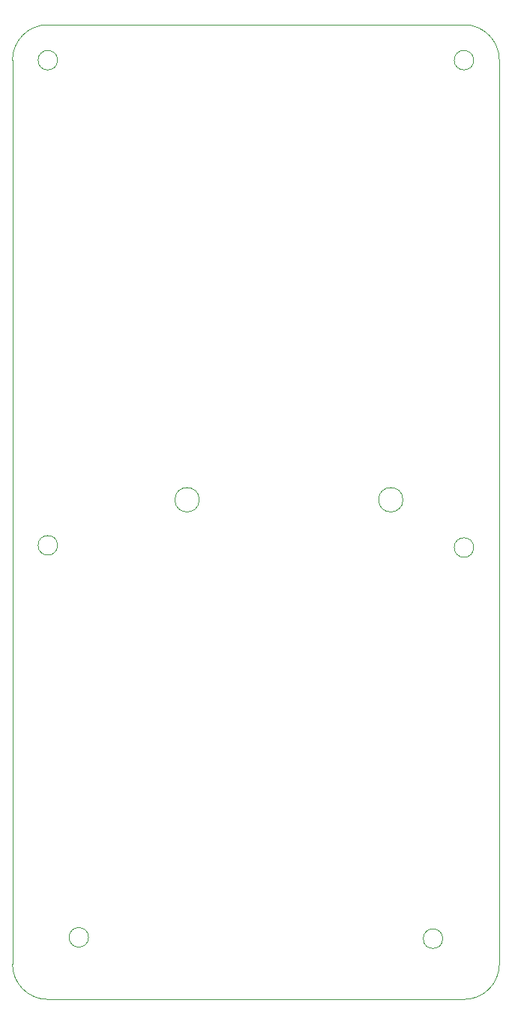
<source format=gbr>
%TF.GenerationSoftware,KiCad,Pcbnew,9.0.2*%
%TF.CreationDate,2025-07-10T20:26:42+02:00*%
%TF.ProjectId,pcb,7063622e-6b69-4636-9164-5f7063625858,rev?*%
%TF.SameCoordinates,Original*%
%TF.FileFunction,Profile,NP*%
%FSLAX46Y46*%
G04 Gerber Fmt 4.6, Leading zero omitted, Abs format (unit mm)*
G04 Created by KiCad (PCBNEW 9.0.2) date 2025-07-10 20:26:42*
%MOMM*%
%LPD*%
G01*
G04 APERTURE LIST*
%TA.AperFunction,Profile*%
%ADD10C,0.050000*%
%TD*%
G04 APERTURE END LIST*
D10*
X175100000Y-111000000D02*
G75*
G02*
X172900000Y-111000000I-1100000J0D01*
G01*
X172900000Y-111000000D02*
G75*
G02*
X175100000Y-111000000I1100000J0D01*
G01*
X171600000Y-155150000D02*
G75*
G02*
X169400000Y-155150000I-1100000J0D01*
G01*
X169400000Y-155150000D02*
G75*
G02*
X171600000Y-155150000I1100000J0D01*
G01*
X144105000Y-105610000D02*
G75*
G02*
X141355000Y-105610000I-1375000J0D01*
G01*
X141355000Y-105610000D02*
G75*
G02*
X144105000Y-105610000I1375000J0D01*
G01*
X175100000Y-56000000D02*
G75*
G02*
X172900000Y-56000000I-1100000J0D01*
G01*
X172900000Y-56000000D02*
G75*
G02*
X175100000Y-56000000I1100000J0D01*
G01*
X123000001Y-55999999D02*
G75*
G02*
X127000000Y-52000001I3999999J-1D01*
G01*
X174000000Y-52000001D02*
G75*
G02*
X177999999Y-56000000I0J-3999999D01*
G01*
X178000000Y-158000000D02*
G75*
G02*
X174000001Y-162000000I-4000000J0D01*
G01*
X127000000Y-52000001D02*
X174000000Y-52000001D01*
X177999999Y-56000000D02*
X178000000Y-158000000D01*
X131600000Y-155000000D02*
G75*
G02*
X129400000Y-155000000I-1100000J0D01*
G01*
X129400000Y-155000000D02*
G75*
G02*
X131600000Y-155000000I1100000J0D01*
G01*
X128100000Y-56000000D02*
G75*
G02*
X125900000Y-56000000I-1100000J0D01*
G01*
X125900000Y-56000000D02*
G75*
G02*
X128100000Y-56000000I1100000J0D01*
G01*
X128100000Y-110750000D02*
G75*
G02*
X125900000Y-110750000I-1100000J0D01*
G01*
X125900000Y-110750000D02*
G75*
G02*
X128100000Y-110750000I1100000J0D01*
G01*
X174000001Y-161999999D02*
X127000000Y-161999999D01*
X126999999Y-161999999D02*
G75*
G02*
X123000001Y-158000000I1J3999999D01*
G01*
X123000000Y-158000000D02*
X123000001Y-55999999D01*
X167105000Y-105610000D02*
G75*
G02*
X164355000Y-105610000I-1375000J0D01*
G01*
X164355000Y-105610000D02*
G75*
G02*
X167105000Y-105610000I1375000J0D01*
G01*
M02*

</source>
